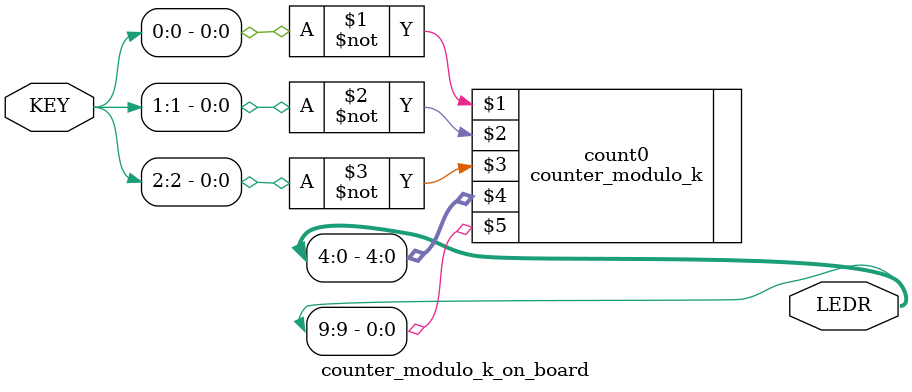
<source format=v>
module counter_modulo_k_on_board (input [2:0] KEY,
											  output [9:0] LEDR);
											  
	counter_modulo_k#(20) count0(~KEY[0], ~KEY[1], ~KEY[2], LEDR[4:0], LEDR[9]);
	
endmodule

</source>
